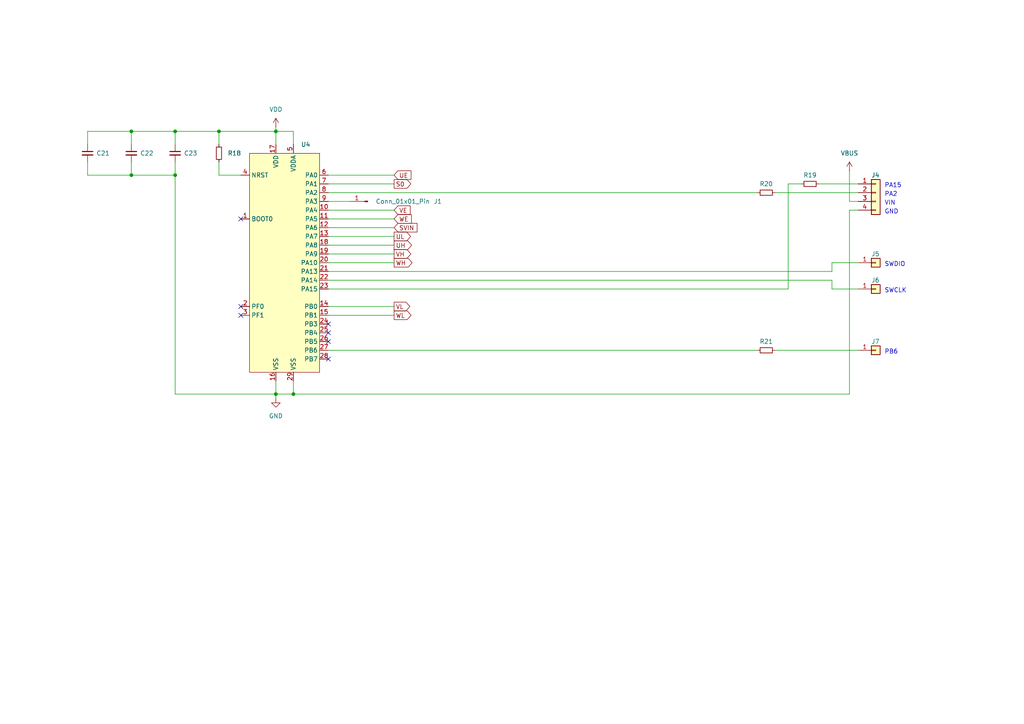
<source format=kicad_sch>
(kicad_sch (version 20231120) (generator "eeschema") (generator_version "8.0")
  (paper "A4")
  (title_block (title "ECOM ESC") (date "2023-11-07") (rev "1.0") (company "ECOM"))
  (lib_symbols
    (symbol "Connector:Conn_01x01_Pin" (pin_names (offset 1.016) hide)
      (property "Reference" "J" (at 0 2.54 0))
      (property "Value" "Conn_01x01_Pin" (at 0 -2.54 0))
      (symbol "Conn_01x01_Pin_1_1"
        (polyline (pts (xy 1.27 0) (xy 0.8636 0)) (stroke (width 0.1524)))
        (rectangle (start 0.8636 0.127) (end 0 -0.127) (stroke (width 0.1524)) (fill (type outline)))
        (pin passive line (at 5.08 0 180) (length 3.81) (name "Pin_1") (number "1"))
      )
    )
    (symbol "LibProj:AT32F421G8U7"
      (property "Reference" "U" (at 5.08 33.02 0))
      (property "Value" "AT32F421G8U7" (at 11.43 -34.29 0))
      (symbol "AT32F421G8U7_1_1"
        (rectangle (start -10.16 31.75) (end 10.16 -31.75) (fill (type background)))
        (pin passive line (at -12.7 12.7 0) (length 2.54) (name "BOOT0") (number "1"))
        (pin passive line (at 12.7 15.24 180) (length 2.54) (name "PA4") (number "10"))
        (pin passive line (at 12.7 12.7 180) (length 2.54) (name "PA5") (number "11"))
        (pin passive line (at 12.7 10.16 180) (length 2.54) (name "PA6") (number "12"))
        (pin passive line (at 12.7 7.62 180) (length 2.54) (name "PA7") (number "13"))
        (pin passive line (at 12.7 -12.7 180) (length 2.54) (name "PB0") (number "14"))
        (pin passive line (at 12.7 -15.24 180) (length 2.54) (name "PB1") (number "15"))
        (pin passive line (at -2.54 -34.29 90) (length 2.54) (name "VSS") (number "16"))
        (pin passive line (at -2.54 34.29 270) (length 2.54) (name "VDD") (number "17"))
        (pin passive line (at 12.7 5.08 180) (length 2.54) (name "PA8") (number "18"))
        (pin passive line (at 12.7 2.54 180) (length 2.54) (name "PA9") (number "19"))
        (pin passive line (at -12.7 -12.7 0) (length 2.54) (name "PF0") (number "2"))
        (pin passive line (at 12.7 0 180) (length 2.54) (name "PA10") (number "20"))
        (pin passive line (at 12.7 -2.54 180) (length 2.54) (name "PA13") (number "21"))
        (pin passive line (at 12.7 -5.08 180) (length 2.54) (name "PA14") (number "22"))
        (pin passive line (at 12.7 -7.62 180) (length 2.54) (name "PA15") (number "23"))
        (pin passive line (at 12.7 -17.78 180) (length 2.54) (name "PB3") (number "24"))
        (pin passive line (at 12.7 -20.32 180) (length 2.54) (name "PB4") (number "25"))
        (pin passive line (at 12.7 -22.86 180) (length 2.54) (name "PB5") (number "26"))
        (pin passive line (at 12.7 -25.4 180) (length 2.54) (name "PB6") (number "27"))
        (pin passive line (at 12.7 -27.94 180) (length 2.54) (name "PB7") (number "28"))
        (pin passive line (at 2.54 -34.29 90) (length 2.54) (name "VSS") (number "29"))
        (pin passive line (at -12.7 -15.24 0) (length 2.54) (name "PF1") (number "3"))
        (pin passive line (at -12.7 25.4 0) (length 2.54) (name "NRST") (number "4"))
        (pin passive line (at 2.54 34.29 270) (length 2.54) (name "VDDA") (number "5"))
        (pin passive line (at 12.7 25.4 180) (length 2.54) (name "PA0") (number "6"))
        (pin passive line (at 12.7 22.86 180) (length 2.54) (name "PA1") (number "7"))
        (pin passive line (at 12.7 20.32 180) (length 2.54) (name "PA2") (number "8"))
        (pin passive line (at 12.7 17.78 180) (length 2.54) (name "PA3") (number "9"))
      )
    )
    (symbol "LibProj:C_Small" (pin_numbers hide) (pin_names (offset 0.254) hide)
      (property "Reference" "C" (at 0.254 1.778 0))
      (property "Value" "C_Small" (at 0.254 -2.032 0))
      (symbol "C_Small_0_1"
        (polyline (pts (xy -1.524 -0.508) (xy 1.524 -0.508)) (stroke (width 0.3302)))
        (polyline (pts (xy -1.524 0.508) (xy 1.524 0.508)) (stroke (width 0.3048)))
      )
      (symbol "C_Small_1_1"
        (pin passive line (at 0 2.54 270) (length 2.032) (name "~") (number "1"))
        (pin passive line (at 0 -2.54 90) (length 2.032) (name "~") (number "2"))
      )
    )
    (symbol "LibProj:Conn_01x01" (pin_names (offset 1.016) hide)
      (property "Reference" "J" (at 0 2.54 0))
      (property "Value" "Conn_01x01" (at 0 -2.54 0))
      (symbol "Conn_01x01_1_1"
        (rectangle (start -1.27 0.127) (end 0 -0.127) (stroke (width 0.1524)))
        (rectangle (start -1.27 1.27) (end 1.27 -1.27) (stroke (width 0.254)) (fill (type background)))
        (pin passive line (at -5.08 0 0) (length 3.81) (name "Pin_1") (number "1"))
      )
    )
    (symbol "LibProj:Conn_01x04" (pin_names (offset 1.016) hide)
      (property "Reference" "J" (at 0 5.08 0))
      (property "Value" "Conn_01x04" (at 0 -7.62 0))
      (symbol "Conn_01x04_1_1"
        (rectangle (start -1.27 -4.953) (end 0 -5.207) (stroke (width 0.1524)))
        (rectangle (start -1.27 -2.413) (end 0 -2.667) (stroke (width 0.1524)))
        (rectangle (start -1.27 0.127) (end 0 -0.127) (stroke (width 0.1524)))
        (rectangle (start -1.27 2.667) (end 0 2.413) (stroke (width 0.1524)))
        (rectangle (start -1.27 3.81) (end 1.27 -6.35) (stroke (width 0.254)) (fill (type background)))
        (pin passive line (at -5.08 2.54 0) (length 3.81) (name "Pin_1") (number "1"))
        (pin passive line (at -5.08 0 0) (length 3.81) (name "Pin_2") (number "2"))
        (pin passive line (at -5.08 -2.54 0) (length 3.81) (name "Pin_3") (number "3"))
        (pin passive line (at -5.08 -5.08 0) (length 3.81) (name "Pin_4") (number "4"))
      )
    )
    (symbol "LibProj:R_Small" (pin_numbers hide) (pin_names (offset 0.254) hide)
      (property "Reference" "R" (at 0.762 0.508 0))
      (property "Value" "R_Small" (at 0.762 -1.016 0))
      (symbol "R_Small_0_1"
        (rectangle (start -0.762 1.778) (end 0.762 -1.778) (stroke (width 0.2032)))
      )
      (symbol "R_Small_1_1"
        (pin passive line (at 0 2.54 270) (length 0.762) (name "~") (number "1"))
        (pin passive line (at 0 -2.54 90) (length 0.762) (name "~") (number "2"))
      )
    )
    (symbol "power:GND" (power) (pin_numbers hide) (pin_names (offset 0) hide)
      (property "Value" "GND" (at 0 -3.81 0))
      (symbol "GND_0_1"
        (polyline (pts (xy 0 0) (xy 0 -1.27) (xy 1.27 -1.27) (xy 0 -2.54) (xy -1.27 -1.27) (xy 0 -1.27)))
      )
      (symbol "GND_1_1"
        (pin power_in line (at 0 0 270) (length 0) (name "~") (number "1"))
      )
    )
    (symbol "power:VBUS" (power) (pin_numbers hide) (pin_names (offset 0) hide)
      (property "Value" "VBUS" (at 0 3.556 0))
      (symbol "VBUS_0_1"
        (polyline (pts (xy -0.762 1.27) (xy 0 2.54)))
        (polyline (pts (xy 0 0) (xy 0 2.54)))
        (polyline (pts (xy 0 2.54) (xy 0.762 1.27)))
      )
      (symbol "VBUS_1_1"
        (pin power_in line (at 0 0 90) (length 0) (name "~") (number "1"))
      )
    )
    (symbol "power:VDD" (power) (pin_numbers hide) (pin_names (offset 0) hide)
      (property "Value" "VDD" (at 0 3.556 0))
      (symbol "VDD_0_1"
        (polyline (pts (xy -0.762 1.27) (xy 0 2.54)))
        (polyline (pts (xy 0 0) (xy 0 2.54)))
        (polyline (pts (xy 0 2.54) (xy 0.762 1.27)))
      )
      (symbol "VDD_1_1"
        (pin power_in line (at 0 0 90) (length 0) (name "~") (number "1"))
      )
    )
  )
  (junction (at 38.1 50.8))
  (junction (at 63.5 38.1))
  (junction (at 38.1 38.1))
  (junction (at 80.01 38.1))
  (junction (at 50.8 50.8))
  (junction (at 80.01 114.3))
  (junction (at 50.8 38.1))
  (junction (at 85.09 114.3))
  (no_connect (at 95.25 99.06))
  (no_connect (at 69.85 63.5))
  (no_connect (at 69.85 88.9))
  (no_connect (at 95.25 96.52))
  (no_connect (at 69.85 91.44))
  (no_connect (at 95.25 93.98))
  (no_connect (at 95.25 104.14))
  (wire (pts (xy 248.92 60.96) (xy 246.38 60.96)))
  (wire (pts (xy 85.09 41.91) (xy 85.09 38.1)))
  (wire (pts (xy 101.6 58.42) (xy 95.25 58.42)))
  (wire (pts (xy 224.79 101.6) (xy 248.92 101.6)))
  (wire (pts (xy 246.38 49.53) (xy 246.38 58.42)))
  (wire (pts (xy 85.09 114.3) (xy 85.09 110.49)))
  (wire (pts (xy 50.8 114.3) (xy 80.01 114.3)))
  (wire (pts (xy 241.3 76.2) (xy 241.3 78.74)))
  (wire (pts (xy 241.3 81.28) (xy 241.3 83.82)))
  (wire (pts (xy 95.25 91.44) (xy 114.3 91.44)))
  (wire (pts (xy 63.5 41.91) (xy 63.5 38.1)))
  (wire (pts (xy 80.01 114.3) (xy 80.01 115.57)))
  (wire (pts (xy 80.01 36.83) (xy 80.01 38.1)))
  (wire (pts (xy 50.8 38.1) (xy 63.5 38.1)))
  (wire (pts (xy 95.25 101.6) (xy 219.71 101.6)))
  (wire (pts (xy 50.8 38.1) (xy 50.8 41.91)))
  (wire (pts (xy 95.25 55.88) (xy 219.71 55.88)))
  (wire (pts (xy 246.38 58.42) (xy 248.92 58.42)))
  (wire (pts (xy 95.25 81.28) (xy 241.3 81.28)))
  (wire (pts (xy 95.25 88.9) (xy 114.3 88.9)))
  (wire (pts (xy 95.25 60.96) (xy 114.3 60.96)))
  (wire (pts (xy 25.4 50.8) (xy 25.4 46.99)))
  (wire (pts (xy 63.5 50.8) (xy 63.5 46.99)))
  (wire (pts (xy 69.85 50.8) (xy 63.5 50.8)))
  (wire (pts (xy 95.25 50.8) (xy 114.3 50.8)))
  (wire (pts (xy 95.25 63.5) (xy 114.3 63.5)))
  (wire (pts (xy 232.41 53.34) (xy 228.6 53.34)))
  (wire (pts (xy 224.79 55.88) (xy 248.92 55.88)))
  (wire (pts (xy 95.25 78.74) (xy 241.3 78.74)))
  (wire (pts (xy 95.25 73.66) (xy 114.3 73.66)))
  (wire (pts (xy 50.8 50.8) (xy 50.8 114.3)))
  (wire (pts (xy 38.1 46.99) (xy 38.1 50.8)))
  (wire (pts (xy 80.01 114.3) (xy 85.09 114.3)))
  (wire (pts (xy 95.25 68.58) (xy 114.3 68.58)))
  (wire (pts (xy 25.4 38.1) (xy 38.1 38.1)))
  (wire (pts (xy 246.38 60.96) (xy 246.38 114.3)))
  (wire (pts (xy 38.1 38.1) (xy 50.8 38.1)))
  (wire (pts (xy 95.25 83.82) (xy 228.6 83.82)))
  (wire (pts (xy 38.1 41.91) (xy 38.1 38.1)))
  (wire (pts (xy 50.8 46.99) (xy 50.8 50.8)))
  (wire (pts (xy 95.25 71.12) (xy 114.3 71.12)))
  (wire (pts (xy 25.4 41.91) (xy 25.4 38.1)))
  (wire (pts (xy 80.01 38.1) (xy 85.09 38.1)))
  (wire (pts (xy 228.6 53.34) (xy 228.6 83.82)))
  (wire (pts (xy 50.8 50.8) (xy 38.1 50.8)))
  (wire (pts (xy 63.5 38.1) (xy 80.01 38.1)))
  (wire (pts (xy 95.25 53.34) (xy 114.3 53.34)))
  (wire (pts (xy 95.25 76.2) (xy 114.3 76.2)))
  (wire (pts (xy 80.01 38.1) (xy 80.01 41.91)))
  (wire (pts (xy 246.38 114.3) (xy 85.09 114.3)))
  (wire (pts (xy 95.25 66.04) (xy 114.3 66.04)))
  (wire (pts (xy 237.49 53.34) (xy 248.92 53.34)))
  (wire (pts (xy 38.1 50.8) (xy 25.4 50.8)))
  (wire (pts (xy 248.92 83.82) (xy 241.3 83.82)))
  (wire (pts (xy 80.01 110.49) (xy 80.01 114.3)))
  (wire (pts (xy 248.92 76.2) (xy 241.3 76.2)))
  (text "VIN" (at 256.54 59.69 0) (effects (font (size 1.27 1.27)) (justify left bottom)))
  (text "PA15" (at 256.54 54.61 0) (effects (font (size 1.27 1.27)) (justify left bottom)))
  (text "SWCLK" (at 256.54 85.09 0) (effects (font (size 1.27 1.27)) (justify left bottom)))
  (text "PA2" (at 256.54 57.15 0) (effects (font (size 1.27 1.27)) (justify left bottom)))
  (text "GND" (at 256.54 62.23 0) (effects (font (size 1.27 1.27)) (justify left bottom)))
  (text "PB6" (at 256.54 102.87 0) (effects (font (size 1.27 1.27)) (justify left bottom)))
  (text "SWDIO" (at 256.54 77.47 0) (effects (font (size 1.27 1.27)) (justify left bottom)))
  (global_label "SVIN" (shape input) (at 114.3 66.04 0) (property "Intersheetrefs" "${INTERSHEET_REFS}" (effects (hide yes))))
  (global_label "WE" (shape input) (at 114.3 63.5 0) (property "Intersheetrefs" "${INTERSHEET_REFS}" (effects (hide yes))))
  (global_label "UH" (shape output) (at 114.3 71.12 0) (property "Intersheetrefs" "${INTERSHEET_REFS}" (effects (hide yes))))
  (global_label "VE" (shape input) (at 114.3 60.96 0) (property "Intersheetrefs" "${INTERSHEET_REFS}" (effects (hide yes))))
  (global_label "UE" (shape input) (at 114.3 50.8 0) (property "Intersheetrefs" "${INTERSHEET_REFS}" (effects (hide yes))))
  (global_label "VL" (shape output) (at 114.3 88.9 0) (property "Intersheetrefs" "${INTERSHEET_REFS}" (effects (hide yes))))
  (global_label "VH" (shape output) (at 114.3 73.66 0) (property "Intersheetrefs" "${INTERSHEET_REFS}" (effects (hide yes))))
  (global_label "WL" (shape output) (at 114.3 91.44 0) (property "Intersheetrefs" "${INTERSHEET_REFS}" (effects (hide yes))))
  (global_label "S0" (shape output) (at 114.3 53.34 0) (property "Intersheetrefs" "${INTERSHEET_REFS}" (effects (hide yes))))
  (global_label "UL" (shape output) (at 114.3 68.58 0) (property "Intersheetrefs" "${INTERSHEET_REFS}" (effects (hide yes))))
  (global_label "WH" (shape output) (at 114.3 76.2 0) (property "Intersheetrefs" "${INTERSHEET_REFS}" (effects (hide yes))))
  (symbol (lib_id "LibProj:R_Small") (at 234.95 53.34 90) (unit 1)
    (property "Reference" "R19" (at 234.95 50.8 90))
    (property "Value" "1k" (effects (hide yes)))
    (property "Footprint" "Resistor_SMD:R_0402_1005Metric" (effects (hide yes)))
    (property "Description" "Resistor, small symbol" (effects (hide yes)))
    (property "JLCPCB Part #" "C11702" (effects (hide yes)))
    (property "Rating" "62.5mW - ±1%" (effects (hide yes)))
  )
  (symbol (lib_id "power:GND") (at 80.01 115.57 0) (unit 1)
    (property "Reference" "#PWR019" (effects (hide yes)))
    (property "Value" "GND" (at 80.01 120.65 0))
    (property "Description" "Power symbol creates a global label with name \"GND\" , ground" (effects (hide yes)))
  )
  (symbol (lib_id "power:VBUS") (at 246.38 49.53 0) (unit 1)
    (property "Reference" "#PWR018" (effects (hide yes)))
    (property "Value" "VBUS" (at 246.38 44.45 0))
    (property "Description" "Power symbol creates a global label with name \"VBUS\"" (effects (hide yes)))
  )
  (symbol (lib_id "LibProj:Conn_01x04") (at 254 55.88 0) (unit 1)
    (property "Reference" "J4" (at 252.73 50.8 0) (effects (justify left)))
    (property "Value" "Conn_01x04" (effects (hide yes)))
    (property "Footprint" "Portia:HDG 1x04 P0.6 Horizontal" (effects (hide yes)))
    (property "Description" "Generic connector, single row, 01x04, script generated (kicad-library-utils/schlib/autogen/connector/)" (effects (hide yes)))
    (property "JLCPCB Part #" "C3008763" (effects (hide yes)))
  )
  (symbol (lib_id "LibProj:R_Small") (at 222.25 55.88 90) (unit 1)
    (property "Reference" "R20" (at 222.25 53.34 90))
    (property "Value" "1k" (effects (hide yes)))
    (property "Footprint" "Resistor_SMD:R_0402_1005Metric" (effects (hide yes)))
    (property "Description" "Resistor, small symbol" (effects (hide yes)))
    (property "JLCPCB Part #" "C11702" (effects (hide yes)))
    (property "Rating" "62.5mW - ±1%" (effects (hide yes)))
  )
  (symbol (lib_id "LibProj:Conn_01x01") (at 254 101.6 0) (unit 1)
    (property "Reference" "J7" (at 252.73 99.06 0) (effects (justify left)))
    (property "Value" "Conn_01x01" (effects (hide yes)))
    (property "Footprint" "TestPoint:TestPoint_Pad_1.0x1.0mm" (effects (hide yes)))
    (property "Description" "Generic connector, single row, 01x01, script generated (kicad-library-utils/schlib/autogen/connector/)" (effects (hide yes)))
  )
  (symbol (lib_id "power:VDD") (at 80.01 36.83 0) (unit 1)
    (property "Reference" "#PWR017" (effects (hide yes)))
    (property "Value" "VDD" (at 80.01 31.75 0))
    (property "Description" "Power symbol creates a global label with name \"VDD\"" (effects (hide yes)))
  )
  (symbol (lib_id "LibProj:R_Small") (at 63.5 44.45 0) (unit 1)
    (property "Reference" "R18" (at 66.04 44.45 0) (effects (justify left)))
    (property "Value" "10k" (effects (hide yes)))
    (property "Footprint" "Resistor_SMD:R_0402_1005Metric" (effects (hide yes)))
    (property "Description" "Resistor, small symbol" (effects (hide yes)))
    (property "JLCPCB Part #" "C25744" (effects (hide yes)))
    (property "Rating" "62.5mW - ±1%" (effects (hide yes)))
  )
  (symbol (lib_id "LibProj:R_Small") (at 222.25 101.6 90) (unit 1)
    (property "Reference" "R21" (at 222.25 99.06 90))
    (property "Value" "1k" (effects (hide yes)))
    (property "Footprint" "Resistor_SMD:R_0402_1005Metric" (effects (hide yes)))
    (property "Description" "Resistor, small symbol" (effects (hide yes)))
    (property "JLCPCB Part #" "C11702" (effects (hide yes)))
    (property "Rating" "62.5mW - ±1%" (effects (hide yes)))
  )
  (symbol (lib_id "LibProj:C_Small") (at 38.1 44.45 0) (unit 1)
    (property "Reference" "C22" (at 40.64 44.4563 0) (effects (justify left)))
    (property "Value" "100nF" (effects (hide yes)))
    (property "Footprint" "Capacitor_SMD:C_0402_1005Metric" (effects (hide yes)))
    (property "Description" "Unpolarized capacitor, small symbol" (effects (hide yes)))
    (property "JLCPCB Part #" "C1525" (effects (hide yes)))
    (property "Rating" "X7R - 16V - ±10%" (effects (hide yes)))
  )
  (symbol (lib_id "LibProj:Conn_01x01") (at 254 83.82 0) (unit 1)
    (property "Reference" "J6" (at 252.73 81.28 0) (effects (justify left)))
    (property "Value" "Conn_01x01" (effects (hide yes)))
    (property "Footprint" "TestPoint:TestPoint_Pad_1.0x1.0mm" (effects (hide yes)))
    (property "Description" "Generic connector, single row, 01x01, script generated (kicad-library-utils/schlib/autogen/connector/)" (effects (hide yes)))
  )
  (symbol (lib_id "LibProj:C_Small") (at 25.4 44.45 0) (unit 1)
    (property "Reference" "C21" (at 27.94 44.4563 0) (effects (justify left)))
    (property "Value" "10uF" (effects (hide yes)))
    (property "Footprint" "Capacitor_SMD:C_0603_1608Metric" (effects (hide yes)))
    (property "Description" "Unpolarized capacitor, small symbol" (effects (hide yes)))
    (property "JLCPCB Part #" "C96446" (effects (hide yes)))
    (property "Rating" "X5R - 25V - ±20%" (effects (hide yes)))
  )
  (symbol (lib_id "LibProj:AT32F421G8U7") (at 82.55 76.2 0) (unit 1)
    (property "Reference" "U4" (at 87.2841 41.91 0) (effects (justify left)))
    (property "Value" "AT32F421G8U7" (effects (hide yes)))
    (property "Footprint" "Package_DFN_QFN:QFN-28-1EP_4x4mm_P0.4mm_EP2.3x2.3mm_ThermalVias" (effects (hide yes)))
    (property "Description" "ARM32 Cortex-M4 MCU" (effects (hide yes)))
    (property "JLCPCB Part #" "C2765098" (effects (hide yes)))
  )
  (symbol (lib_id "Connector:Conn_01x01_Pin") (at 106.68 58.42 180) (unit 1)
    (property "Reference" "J1" (at 127 58.42 0))
    (property "Value" "Conn_01x01_Pin" (at 116.84 58.42 0))
    (property "Footprint" "Connector_Wire:SolderWirePad_1x01_SMD_1x2mm" (effects (hide yes)))
    (property "Description" "Generic connector, single row, 01x01, script generated" (effects (hide yes)))
  )
  (symbol (lib_id "LibProj:C_Small") (at 50.8 44.45 0) (unit 1)
    (property "Reference" "C23" (at 53.34 44.4563 0) (effects (justify left)))
    (property "Value" "100nF" (effects (hide yes)))
    (property "Footprint" "Capacitor_SMD:C_0402_1005Metric" (effects (hide yes)))
    (property "Description" "Unpolarized capacitor, small symbol" (effects (hide yes)))
    (property "JLCPCB Part #" "C1525" (effects (hide yes)))
    (property "Rating" "X7R - 16V - ±10%" (effects (hide yes)))
  )
  (symbol (lib_id "LibProj:Conn_01x01") (at 254 76.2 0) (unit 1)
    (property "Reference" "J5" (at 252.73 73.66 0) (effects (justify left)))
    (property "Value" "Conn_01x01" (effects (hide yes)))
    (property "Footprint" "TestPoint:TestPoint_Pad_1.0x1.0mm" (effects (hide yes)))
    (property "Description" "Generic connector, single row, 01x01, script generated (kicad-library-utils/schlib/autogen/connector/)" (effects (hide yes)))
  )
)
</source>
